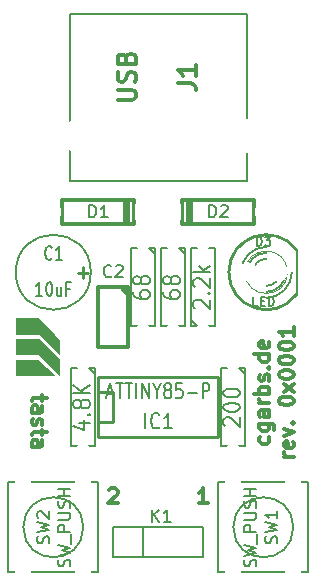
<source format=gbo>
G04 (created by PCBNEW (2013-jul-07)-stable) date Do 26 Mär 2015 23:39:17 CET*
%MOIN*%
G04 Gerber Fmt 3.4, Leading zero omitted, Abs format*
%FSLAX34Y34*%
G01*
G70*
G90*
G04 APERTURE LIST*
%ADD10C,0.00590551*%
%ADD11C,0.011811*%
%ADD12C,0.0001*%
%ADD13C,0.005*%
%ADD14C,0.008*%
%ADD15C,0.006*%
%ADD16C,0.01*%
%ADD17C,0.012*%
%ADD18C,0.003*%
%ADD19C,0.01125*%
%ADD20R,0.06X0.06*%
%ADD21C,0.06*%
%ADD22C,0.0591*%
%ADD23C,0.1181*%
%ADD24C,0.055*%
%ADD25R,0.055X0.055*%
%ADD26C,0.066*%
G04 APERTURE END LIST*
G54D10*
G54D11*
X31142Y-35202D02*
X30857Y-35202D01*
X31000Y-35202D02*
X31000Y-34702D01*
X30952Y-34773D01*
X30904Y-34821D01*
X30857Y-34845D01*
X27857Y-34750D02*
X27880Y-34726D01*
X27928Y-34702D01*
X28047Y-34702D01*
X28095Y-34726D01*
X28119Y-34750D01*
X28142Y-34797D01*
X28142Y-34845D01*
X28119Y-34916D01*
X27833Y-35202D01*
X28142Y-35202D01*
X25630Y-31607D02*
X25630Y-31797D01*
X25797Y-31678D02*
X25369Y-31678D01*
X25321Y-31702D01*
X25297Y-31750D01*
X25297Y-31797D01*
X25297Y-32178D02*
X25559Y-32178D01*
X25607Y-32154D01*
X25630Y-32107D01*
X25630Y-32011D01*
X25607Y-31964D01*
X25321Y-32178D02*
X25297Y-32130D01*
X25297Y-32011D01*
X25321Y-31964D01*
X25369Y-31940D01*
X25416Y-31940D01*
X25464Y-31964D01*
X25488Y-32011D01*
X25488Y-32130D01*
X25511Y-32178D01*
X25321Y-32392D02*
X25297Y-32440D01*
X25297Y-32535D01*
X25321Y-32583D01*
X25369Y-32607D01*
X25392Y-32607D01*
X25440Y-32583D01*
X25464Y-32535D01*
X25464Y-32464D01*
X25488Y-32416D01*
X25535Y-32392D01*
X25559Y-32392D01*
X25607Y-32416D01*
X25630Y-32464D01*
X25630Y-32535D01*
X25607Y-32583D01*
X25630Y-32750D02*
X25630Y-32940D01*
X25797Y-32821D02*
X25369Y-32821D01*
X25321Y-32845D01*
X25297Y-32892D01*
X25297Y-32940D01*
X25297Y-33321D02*
X25559Y-33321D01*
X25607Y-33297D01*
X25630Y-33250D01*
X25630Y-33154D01*
X25607Y-33107D01*
X25321Y-33321D02*
X25297Y-33273D01*
X25297Y-33154D01*
X25321Y-33107D01*
X25369Y-33083D01*
X25416Y-33083D01*
X25464Y-33107D01*
X25488Y-33154D01*
X25488Y-33273D01*
X25511Y-33321D01*
X33178Y-32976D02*
X33202Y-33023D01*
X33202Y-33119D01*
X33178Y-33166D01*
X33154Y-33190D01*
X33107Y-33214D01*
X32964Y-33214D01*
X32916Y-33190D01*
X32892Y-33166D01*
X32869Y-33119D01*
X32869Y-33023D01*
X32892Y-32976D01*
X32869Y-32547D02*
X33273Y-32547D01*
X33321Y-32571D01*
X33345Y-32595D01*
X33369Y-32642D01*
X33369Y-32714D01*
X33345Y-32761D01*
X33178Y-32547D02*
X33202Y-32595D01*
X33202Y-32690D01*
X33178Y-32738D01*
X33154Y-32761D01*
X33107Y-32785D01*
X32964Y-32785D01*
X32916Y-32761D01*
X32892Y-32738D01*
X32869Y-32690D01*
X32869Y-32595D01*
X32892Y-32547D01*
X33202Y-32095D02*
X32940Y-32095D01*
X32892Y-32119D01*
X32869Y-32166D01*
X32869Y-32261D01*
X32892Y-32309D01*
X33178Y-32095D02*
X33202Y-32142D01*
X33202Y-32261D01*
X33178Y-32309D01*
X33130Y-32333D01*
X33083Y-32333D01*
X33035Y-32309D01*
X33011Y-32261D01*
X33011Y-32142D01*
X32988Y-32095D01*
X33202Y-31857D02*
X32869Y-31857D01*
X32964Y-31857D02*
X32916Y-31833D01*
X32892Y-31809D01*
X32869Y-31761D01*
X32869Y-31714D01*
X33202Y-31547D02*
X32702Y-31547D01*
X32892Y-31547D02*
X32869Y-31500D01*
X32869Y-31404D01*
X32892Y-31357D01*
X32916Y-31333D01*
X32964Y-31309D01*
X33107Y-31309D01*
X33154Y-31333D01*
X33178Y-31357D01*
X33202Y-31404D01*
X33202Y-31500D01*
X33178Y-31547D01*
X33178Y-31119D02*
X33202Y-31071D01*
X33202Y-30976D01*
X33178Y-30928D01*
X33130Y-30904D01*
X33107Y-30904D01*
X33059Y-30928D01*
X33035Y-30976D01*
X33035Y-31047D01*
X33011Y-31095D01*
X32964Y-31119D01*
X32940Y-31119D01*
X32892Y-31095D01*
X32869Y-31047D01*
X32869Y-30976D01*
X32892Y-30928D01*
X33154Y-30690D02*
X33178Y-30666D01*
X33202Y-30690D01*
X33178Y-30714D01*
X33154Y-30690D01*
X33202Y-30690D01*
X33202Y-30238D02*
X32702Y-30238D01*
X33178Y-30238D02*
X33202Y-30285D01*
X33202Y-30380D01*
X33178Y-30428D01*
X33154Y-30452D01*
X33107Y-30476D01*
X32964Y-30476D01*
X32916Y-30452D01*
X32892Y-30428D01*
X32869Y-30380D01*
X32869Y-30285D01*
X32892Y-30238D01*
X33178Y-29809D02*
X33202Y-29857D01*
X33202Y-29952D01*
X33178Y-29999D01*
X33130Y-30023D01*
X32940Y-30023D01*
X32892Y-29999D01*
X32869Y-29952D01*
X32869Y-29857D01*
X32892Y-29809D01*
X32940Y-29785D01*
X32988Y-29785D01*
X33035Y-30023D01*
X34020Y-33642D02*
X33687Y-33642D01*
X33782Y-33642D02*
X33734Y-33619D01*
X33710Y-33595D01*
X33687Y-33547D01*
X33687Y-33500D01*
X33996Y-33142D02*
X34020Y-33190D01*
X34020Y-33285D01*
X33996Y-33333D01*
X33949Y-33357D01*
X33758Y-33357D01*
X33710Y-33333D01*
X33687Y-33285D01*
X33687Y-33190D01*
X33710Y-33142D01*
X33758Y-33119D01*
X33806Y-33119D01*
X33853Y-33357D01*
X33687Y-32952D02*
X34020Y-32833D01*
X33687Y-32714D01*
X33972Y-32523D02*
X33996Y-32500D01*
X34020Y-32523D01*
X33996Y-32547D01*
X33972Y-32523D01*
X34020Y-32523D01*
X33520Y-31809D02*
X33520Y-31761D01*
X33544Y-31714D01*
X33568Y-31690D01*
X33615Y-31666D01*
X33710Y-31642D01*
X33830Y-31642D01*
X33925Y-31666D01*
X33972Y-31690D01*
X33996Y-31714D01*
X34020Y-31761D01*
X34020Y-31809D01*
X33996Y-31857D01*
X33972Y-31880D01*
X33925Y-31904D01*
X33830Y-31928D01*
X33710Y-31928D01*
X33615Y-31904D01*
X33568Y-31880D01*
X33544Y-31857D01*
X33520Y-31809D01*
X34020Y-31476D02*
X33687Y-31214D01*
X33687Y-31476D02*
X34020Y-31214D01*
X33520Y-30928D02*
X33520Y-30880D01*
X33544Y-30833D01*
X33568Y-30809D01*
X33615Y-30785D01*
X33710Y-30761D01*
X33830Y-30761D01*
X33925Y-30785D01*
X33972Y-30809D01*
X33996Y-30833D01*
X34020Y-30880D01*
X34020Y-30928D01*
X33996Y-30976D01*
X33972Y-31000D01*
X33925Y-31023D01*
X33830Y-31047D01*
X33710Y-31047D01*
X33615Y-31023D01*
X33568Y-31000D01*
X33544Y-30976D01*
X33520Y-30928D01*
X33520Y-30452D02*
X33520Y-30404D01*
X33544Y-30357D01*
X33568Y-30333D01*
X33615Y-30309D01*
X33710Y-30285D01*
X33830Y-30285D01*
X33925Y-30309D01*
X33972Y-30333D01*
X33996Y-30357D01*
X34020Y-30404D01*
X34020Y-30452D01*
X33996Y-30500D01*
X33972Y-30523D01*
X33925Y-30547D01*
X33830Y-30571D01*
X33710Y-30571D01*
X33615Y-30547D01*
X33568Y-30523D01*
X33544Y-30500D01*
X33520Y-30452D01*
X33520Y-29976D02*
X33520Y-29928D01*
X33544Y-29880D01*
X33568Y-29857D01*
X33615Y-29833D01*
X33710Y-29809D01*
X33830Y-29809D01*
X33925Y-29833D01*
X33972Y-29857D01*
X33996Y-29880D01*
X34020Y-29928D01*
X34020Y-29976D01*
X33996Y-30023D01*
X33972Y-30047D01*
X33925Y-30071D01*
X33830Y-30095D01*
X33710Y-30095D01*
X33615Y-30071D01*
X33568Y-30047D01*
X33544Y-30023D01*
X33520Y-29976D01*
X34020Y-29333D02*
X34020Y-29619D01*
X34020Y-29476D02*
X33520Y-29476D01*
X33591Y-29523D01*
X33639Y-29571D01*
X33663Y-29619D01*
G54D12*
G36*
X26229Y-30974D02*
X25877Y-30623D01*
X25526Y-30271D01*
X25149Y-30271D01*
X24772Y-30271D01*
X24770Y-30093D01*
X24770Y-30061D01*
X24769Y-30028D01*
X24769Y-29994D01*
X24769Y-29961D01*
X24769Y-29928D01*
X24769Y-29898D01*
X24768Y-29870D01*
X24768Y-29845D01*
X24768Y-29825D01*
X24768Y-29819D01*
X24768Y-29723D01*
X24942Y-29721D01*
X24974Y-29721D01*
X25010Y-29721D01*
X25049Y-29720D01*
X25090Y-29720D01*
X25133Y-29720D01*
X25176Y-29720D01*
X25219Y-29720D01*
X25260Y-29720D01*
X25299Y-29720D01*
X25323Y-29720D01*
X25531Y-29720D01*
X25880Y-30069D01*
X26229Y-30418D01*
X26229Y-30696D01*
X26229Y-30974D01*
X26229Y-30974D01*
X26229Y-30974D01*
G37*
G36*
X24772Y-30963D02*
X24770Y-30787D01*
X24770Y-30755D01*
X24769Y-30722D01*
X24769Y-30688D01*
X24769Y-30655D01*
X24769Y-30623D01*
X24769Y-30592D01*
X24768Y-30564D01*
X24768Y-30540D01*
X24768Y-30519D01*
X24768Y-30515D01*
X24768Y-30418D01*
X25038Y-30416D01*
X25077Y-30416D01*
X25116Y-30416D01*
X25155Y-30416D01*
X25194Y-30415D01*
X25232Y-30415D01*
X25268Y-30415D01*
X25302Y-30415D01*
X25334Y-30414D01*
X25362Y-30414D01*
X25387Y-30414D01*
X25408Y-30414D01*
X25420Y-30414D01*
X25531Y-30413D01*
X25806Y-30688D01*
X26082Y-30963D01*
X25427Y-30963D01*
X24772Y-30963D01*
X24772Y-30963D01*
X24772Y-30963D01*
G37*
G36*
X26229Y-30282D02*
X25876Y-29929D01*
X25523Y-29576D01*
X25147Y-29576D01*
X24771Y-29576D01*
X24771Y-29302D01*
X24771Y-29028D01*
X24841Y-29026D01*
X24852Y-29026D01*
X24868Y-29026D01*
X24888Y-29025D01*
X24912Y-29025D01*
X24939Y-29025D01*
X24969Y-29025D01*
X25001Y-29025D01*
X25036Y-29025D01*
X25073Y-29025D01*
X25111Y-29024D01*
X25150Y-29024D01*
X25190Y-29024D01*
X25221Y-29024D01*
X25531Y-29024D01*
X25880Y-29400D01*
X26229Y-29777D01*
X26229Y-30029D01*
X26229Y-30282D01*
X26229Y-30282D01*
X26229Y-30282D01*
G37*
G54D13*
X27250Y-27500D02*
G75*
G03X27250Y-27500I-1250J0D01*
G74*
G01*
X26550Y-24450D02*
X26550Y-18900D01*
X32450Y-18900D02*
X32450Y-24450D01*
X26550Y-24450D02*
X32450Y-24450D01*
X26550Y-18900D02*
X32450Y-18900D01*
X34000Y-36000D02*
G75*
G03X34000Y-36000I-1000J0D01*
G74*
G01*
X34500Y-34500D02*
X34500Y-37500D01*
X34500Y-37500D02*
X31500Y-37500D01*
X31500Y-37500D02*
X31500Y-34500D01*
X34500Y-34500D02*
X31500Y-34500D01*
X27000Y-36000D02*
G75*
G03X27000Y-36000I-1000J0D01*
G74*
G01*
X24500Y-37500D02*
X24500Y-34500D01*
X24500Y-34500D02*
X27500Y-34500D01*
X27500Y-34500D02*
X27500Y-37500D01*
X24500Y-37500D02*
X27500Y-37500D01*
G54D14*
X30000Y-26500D02*
X30000Y-26700D01*
X30000Y-29500D02*
X30000Y-29300D01*
X30000Y-29300D02*
X30400Y-29300D01*
X30400Y-29300D02*
X30400Y-26700D01*
X30400Y-26700D02*
X29600Y-26700D01*
X29600Y-26700D02*
X29600Y-29300D01*
X29600Y-29300D02*
X30000Y-29300D01*
X30200Y-26700D02*
X30400Y-26900D01*
X29000Y-26500D02*
X29000Y-26700D01*
X29000Y-29500D02*
X29000Y-29300D01*
X29000Y-29300D02*
X29400Y-29300D01*
X29400Y-29300D02*
X29400Y-26700D01*
X29400Y-26700D02*
X28600Y-26700D01*
X28600Y-26700D02*
X28600Y-29300D01*
X28600Y-29300D02*
X29000Y-29300D01*
X29200Y-26700D02*
X29400Y-26900D01*
X31000Y-29500D02*
X31000Y-29300D01*
X31000Y-26500D02*
X31000Y-26700D01*
X31000Y-26700D02*
X30600Y-26700D01*
X30600Y-26700D02*
X30600Y-29300D01*
X30600Y-29300D02*
X31400Y-29300D01*
X31400Y-29300D02*
X31400Y-26700D01*
X31400Y-26700D02*
X31000Y-26700D01*
X30800Y-29300D02*
X30600Y-29100D01*
X27000Y-30500D02*
X27000Y-30700D01*
X27000Y-33500D02*
X27000Y-33300D01*
X27000Y-33300D02*
X27400Y-33300D01*
X27400Y-33300D02*
X27400Y-30700D01*
X27400Y-30700D02*
X26600Y-30700D01*
X26600Y-30700D02*
X26600Y-33300D01*
X26600Y-33300D02*
X27000Y-33300D01*
X27200Y-30700D02*
X27400Y-30900D01*
G54D15*
X28000Y-37000D02*
X28000Y-36000D01*
X28000Y-36000D02*
X31000Y-36000D01*
X31000Y-36000D02*
X31000Y-37000D01*
X31000Y-37000D02*
X28000Y-37000D01*
X29000Y-36000D02*
X29000Y-37000D01*
G54D16*
X27500Y-31500D02*
X28000Y-31500D01*
X28000Y-31500D02*
X28000Y-32500D01*
X28000Y-32500D02*
X27500Y-32500D01*
X27500Y-31000D02*
X31500Y-31000D01*
X31500Y-31000D02*
X31500Y-33000D01*
X31500Y-33000D02*
X27500Y-33000D01*
X27500Y-33000D02*
X27500Y-31000D01*
G54D17*
X29000Y-25500D02*
X28700Y-25500D01*
X28700Y-25500D02*
X28700Y-25100D01*
X28700Y-25100D02*
X26300Y-25100D01*
X26300Y-25100D02*
X26300Y-25500D01*
X26300Y-25500D02*
X26000Y-25500D01*
X26300Y-25500D02*
X26300Y-25900D01*
X26300Y-25900D02*
X28700Y-25900D01*
X28700Y-25900D02*
X28700Y-25500D01*
X28500Y-25100D02*
X28500Y-25900D01*
X28400Y-25900D02*
X28400Y-25100D01*
X30000Y-25500D02*
X30300Y-25500D01*
X30300Y-25500D02*
X30300Y-25900D01*
X30300Y-25900D02*
X32700Y-25900D01*
X32700Y-25900D02*
X32700Y-25500D01*
X32700Y-25500D02*
X33000Y-25500D01*
X32700Y-25500D02*
X32700Y-25100D01*
X32700Y-25100D02*
X30300Y-25100D01*
X30300Y-25100D02*
X30300Y-25500D01*
X30500Y-25900D02*
X30500Y-25100D01*
X30600Y-25100D02*
X30600Y-25900D01*
X28500Y-28020D02*
X28500Y-30000D01*
X28500Y-30000D02*
X27500Y-30000D01*
X27500Y-30000D02*
X27500Y-28000D01*
X27500Y-28000D02*
X28500Y-28000D01*
X28250Y-28000D02*
X28500Y-28250D01*
G54D14*
X32000Y-30500D02*
X32000Y-30700D01*
X32000Y-33500D02*
X32000Y-33300D01*
X32000Y-33300D02*
X32400Y-33300D01*
X32400Y-33300D02*
X32400Y-30700D01*
X32400Y-30700D02*
X31600Y-30700D01*
X31600Y-30700D02*
X31600Y-33300D01*
X31600Y-33300D02*
X32000Y-33300D01*
X32200Y-30700D02*
X32400Y-30900D01*
X34120Y-28250D02*
X34120Y-26750D01*
G54D18*
X33807Y-27500D02*
G75*
G03X33807Y-27500I-707J0D01*
G74*
G01*
G54D16*
X34099Y-26749D02*
G75*
G03X34099Y-28250I-999J-750D01*
G74*
G01*
G54D15*
X33100Y-27050D02*
G75*
G03X32650Y-27500I0J-450D01*
G74*
G01*
X33100Y-27950D02*
G75*
G03X33550Y-27500I0J450D01*
G74*
G01*
X33100Y-26850D02*
G75*
G03X32450Y-27500I0J-650D01*
G74*
G01*
X33100Y-28150D02*
G75*
G03X33750Y-27500I0J650D01*
G74*
G01*
X33100Y-26650D02*
G75*
G03X32250Y-27500I0J-850D01*
G74*
G01*
X33100Y-28350D02*
G75*
G03X33950Y-27500I0J850D01*
G74*
G01*
G54D14*
X25941Y-27039D02*
X25925Y-27060D01*
X25875Y-27082D01*
X25841Y-27082D01*
X25791Y-27060D01*
X25758Y-27017D01*
X25741Y-26975D01*
X25725Y-26889D01*
X25725Y-26825D01*
X25741Y-26739D01*
X25758Y-26696D01*
X25791Y-26653D01*
X25841Y-26632D01*
X25875Y-26632D01*
X25925Y-26653D01*
X25941Y-26675D01*
X26275Y-27082D02*
X26075Y-27082D01*
X26175Y-27082D02*
X26175Y-26632D01*
X26141Y-26696D01*
X26108Y-26739D01*
X26075Y-26760D01*
X25625Y-28282D02*
X25425Y-28282D01*
X25525Y-28282D02*
X25525Y-27832D01*
X25491Y-27896D01*
X25458Y-27939D01*
X25425Y-27960D01*
X25841Y-27832D02*
X25875Y-27832D01*
X25908Y-27853D01*
X25925Y-27875D01*
X25941Y-27917D01*
X25958Y-28003D01*
X25958Y-28110D01*
X25941Y-28196D01*
X25925Y-28239D01*
X25908Y-28260D01*
X25875Y-28282D01*
X25841Y-28282D01*
X25808Y-28260D01*
X25791Y-28239D01*
X25775Y-28196D01*
X25758Y-28110D01*
X25758Y-28003D01*
X25775Y-27917D01*
X25791Y-27875D01*
X25808Y-27853D01*
X25841Y-27832D01*
X26258Y-27982D02*
X26258Y-28282D01*
X26108Y-27982D02*
X26108Y-28217D01*
X26125Y-28260D01*
X26158Y-28282D01*
X26208Y-28282D01*
X26241Y-28260D01*
X26258Y-28239D01*
X26541Y-28046D02*
X26425Y-28046D01*
X26425Y-28282D02*
X26425Y-27832D01*
X26591Y-27832D01*
G54D19*
X26828Y-27510D02*
X27171Y-27510D01*
X27000Y-27682D02*
X27000Y-27339D01*
G54D17*
X30142Y-21200D02*
X30571Y-21200D01*
X30657Y-21228D01*
X30714Y-21285D01*
X30742Y-21371D01*
X30742Y-21428D01*
X30742Y-20600D02*
X30742Y-20942D01*
X30742Y-20771D02*
X30142Y-20771D01*
X30228Y-20828D01*
X30285Y-20885D01*
X30314Y-20942D01*
X28142Y-21757D02*
X28628Y-21757D01*
X28685Y-21728D01*
X28714Y-21700D01*
X28742Y-21642D01*
X28742Y-21528D01*
X28714Y-21471D01*
X28685Y-21442D01*
X28628Y-21414D01*
X28142Y-21414D01*
X28714Y-21157D02*
X28742Y-21071D01*
X28742Y-20928D01*
X28714Y-20871D01*
X28685Y-20842D01*
X28628Y-20814D01*
X28571Y-20814D01*
X28514Y-20842D01*
X28485Y-20871D01*
X28457Y-20928D01*
X28428Y-21042D01*
X28400Y-21100D01*
X28371Y-21128D01*
X28314Y-21157D01*
X28257Y-21157D01*
X28200Y-21128D01*
X28171Y-21100D01*
X28142Y-21042D01*
X28142Y-20900D01*
X28171Y-20814D01*
X28428Y-20357D02*
X28457Y-20271D01*
X28485Y-20242D01*
X28542Y-20214D01*
X28628Y-20214D01*
X28685Y-20242D01*
X28714Y-20271D01*
X28742Y-20328D01*
X28742Y-20557D01*
X28142Y-20557D01*
X28142Y-20357D01*
X28171Y-20300D01*
X28200Y-20271D01*
X28257Y-20242D01*
X28314Y-20242D01*
X28371Y-20271D01*
X28400Y-20300D01*
X28428Y-20357D01*
X28428Y-20557D01*
G54D14*
X33442Y-36533D02*
X33461Y-36476D01*
X33461Y-36380D01*
X33442Y-36342D01*
X33423Y-36323D01*
X33385Y-36304D01*
X33347Y-36304D01*
X33309Y-36323D01*
X33290Y-36342D01*
X33271Y-36380D01*
X33252Y-36457D01*
X33233Y-36495D01*
X33214Y-36514D01*
X33176Y-36533D01*
X33138Y-36533D01*
X33100Y-36514D01*
X33080Y-36495D01*
X33061Y-36457D01*
X33061Y-36361D01*
X33080Y-36304D01*
X33061Y-36171D02*
X33461Y-36076D01*
X33176Y-36000D01*
X33461Y-35923D01*
X33061Y-35828D01*
X33461Y-35466D02*
X33461Y-35695D01*
X33461Y-35580D02*
X33061Y-35580D01*
X33119Y-35619D01*
X33157Y-35657D01*
X33176Y-35695D01*
X32742Y-37304D02*
X32761Y-37247D01*
X32761Y-37152D01*
X32742Y-37114D01*
X32723Y-37095D01*
X32685Y-37076D01*
X32647Y-37076D01*
X32609Y-37095D01*
X32590Y-37114D01*
X32571Y-37152D01*
X32552Y-37228D01*
X32533Y-37266D01*
X32514Y-37285D01*
X32476Y-37304D01*
X32438Y-37304D01*
X32400Y-37285D01*
X32380Y-37266D01*
X32361Y-37228D01*
X32361Y-37133D01*
X32380Y-37076D01*
X32361Y-36942D02*
X32761Y-36847D01*
X32476Y-36771D01*
X32761Y-36695D01*
X32361Y-36600D01*
X32800Y-36542D02*
X32800Y-36238D01*
X32761Y-36142D02*
X32361Y-36142D01*
X32361Y-35990D01*
X32380Y-35952D01*
X32400Y-35933D01*
X32438Y-35914D01*
X32495Y-35914D01*
X32533Y-35933D01*
X32552Y-35952D01*
X32571Y-35990D01*
X32571Y-36142D01*
X32361Y-35742D02*
X32685Y-35742D01*
X32723Y-35723D01*
X32742Y-35704D01*
X32761Y-35666D01*
X32761Y-35590D01*
X32742Y-35552D01*
X32723Y-35533D01*
X32685Y-35514D01*
X32361Y-35514D01*
X32742Y-35342D02*
X32761Y-35285D01*
X32761Y-35190D01*
X32742Y-35152D01*
X32723Y-35133D01*
X32685Y-35114D01*
X32647Y-35114D01*
X32609Y-35133D01*
X32590Y-35152D01*
X32571Y-35190D01*
X32552Y-35266D01*
X32533Y-35304D01*
X32514Y-35323D01*
X32476Y-35342D01*
X32438Y-35342D01*
X32400Y-35323D01*
X32380Y-35304D01*
X32361Y-35266D01*
X32361Y-35171D01*
X32380Y-35114D01*
X32761Y-34942D02*
X32361Y-34942D01*
X32552Y-34942D02*
X32552Y-34714D01*
X32761Y-34714D02*
X32361Y-34714D01*
X25842Y-36533D02*
X25861Y-36476D01*
X25861Y-36380D01*
X25842Y-36342D01*
X25823Y-36323D01*
X25785Y-36304D01*
X25747Y-36304D01*
X25709Y-36323D01*
X25690Y-36342D01*
X25671Y-36380D01*
X25652Y-36457D01*
X25633Y-36495D01*
X25614Y-36514D01*
X25576Y-36533D01*
X25538Y-36533D01*
X25500Y-36514D01*
X25480Y-36495D01*
X25461Y-36457D01*
X25461Y-36361D01*
X25480Y-36304D01*
X25461Y-36171D02*
X25861Y-36076D01*
X25576Y-36000D01*
X25861Y-35923D01*
X25461Y-35828D01*
X25500Y-35695D02*
X25480Y-35676D01*
X25461Y-35638D01*
X25461Y-35542D01*
X25480Y-35504D01*
X25500Y-35485D01*
X25538Y-35466D01*
X25576Y-35466D01*
X25633Y-35485D01*
X25861Y-35714D01*
X25861Y-35466D01*
X26542Y-37304D02*
X26561Y-37247D01*
X26561Y-37152D01*
X26542Y-37114D01*
X26523Y-37095D01*
X26485Y-37076D01*
X26447Y-37076D01*
X26409Y-37095D01*
X26390Y-37114D01*
X26371Y-37152D01*
X26352Y-37228D01*
X26333Y-37266D01*
X26314Y-37285D01*
X26276Y-37304D01*
X26238Y-37304D01*
X26200Y-37285D01*
X26180Y-37266D01*
X26161Y-37228D01*
X26161Y-37133D01*
X26180Y-37076D01*
X26161Y-36942D02*
X26561Y-36847D01*
X26276Y-36771D01*
X26561Y-36695D01*
X26161Y-36600D01*
X26600Y-36542D02*
X26600Y-36238D01*
X26561Y-36142D02*
X26161Y-36142D01*
X26161Y-35990D01*
X26180Y-35952D01*
X26200Y-35933D01*
X26238Y-35914D01*
X26295Y-35914D01*
X26333Y-35933D01*
X26352Y-35952D01*
X26371Y-35990D01*
X26371Y-36142D01*
X26161Y-35742D02*
X26485Y-35742D01*
X26523Y-35723D01*
X26542Y-35704D01*
X26561Y-35666D01*
X26561Y-35590D01*
X26542Y-35552D01*
X26523Y-35533D01*
X26485Y-35514D01*
X26161Y-35514D01*
X26542Y-35342D02*
X26561Y-35285D01*
X26561Y-35190D01*
X26542Y-35152D01*
X26523Y-35133D01*
X26485Y-35114D01*
X26447Y-35114D01*
X26409Y-35133D01*
X26390Y-35152D01*
X26371Y-35190D01*
X26352Y-35266D01*
X26333Y-35304D01*
X26314Y-35323D01*
X26276Y-35342D01*
X26238Y-35342D01*
X26200Y-35323D01*
X26180Y-35304D01*
X26161Y-35266D01*
X26161Y-35171D01*
X26180Y-35114D01*
X26561Y-34942D02*
X26161Y-34942D01*
X26352Y-34942D02*
X26352Y-34714D01*
X26561Y-34714D02*
X26161Y-34714D01*
X29672Y-28142D02*
X29672Y-28238D01*
X29698Y-28285D01*
X29725Y-28309D01*
X29803Y-28357D01*
X29908Y-28380D01*
X30117Y-28380D01*
X30170Y-28357D01*
X30196Y-28333D01*
X30222Y-28285D01*
X30222Y-28190D01*
X30196Y-28142D01*
X30170Y-28119D01*
X30117Y-28095D01*
X29986Y-28095D01*
X29934Y-28119D01*
X29908Y-28142D01*
X29882Y-28190D01*
X29882Y-28285D01*
X29908Y-28333D01*
X29934Y-28357D01*
X29986Y-28380D01*
X29908Y-27809D02*
X29882Y-27857D01*
X29855Y-27880D01*
X29803Y-27904D01*
X29777Y-27904D01*
X29725Y-27880D01*
X29698Y-27857D01*
X29672Y-27809D01*
X29672Y-27714D01*
X29698Y-27666D01*
X29725Y-27642D01*
X29777Y-27619D01*
X29803Y-27619D01*
X29855Y-27642D01*
X29882Y-27666D01*
X29908Y-27714D01*
X29908Y-27809D01*
X29934Y-27857D01*
X29960Y-27880D01*
X30013Y-27904D01*
X30117Y-27904D01*
X30170Y-27880D01*
X30196Y-27857D01*
X30222Y-27809D01*
X30222Y-27714D01*
X30196Y-27666D01*
X30170Y-27642D01*
X30117Y-27619D01*
X30013Y-27619D01*
X29960Y-27642D01*
X29934Y-27666D01*
X29908Y-27714D01*
X28672Y-28142D02*
X28672Y-28238D01*
X28698Y-28285D01*
X28725Y-28309D01*
X28803Y-28357D01*
X28908Y-28380D01*
X29117Y-28380D01*
X29170Y-28357D01*
X29196Y-28333D01*
X29222Y-28285D01*
X29222Y-28190D01*
X29196Y-28142D01*
X29170Y-28119D01*
X29117Y-28095D01*
X28986Y-28095D01*
X28934Y-28119D01*
X28908Y-28142D01*
X28882Y-28190D01*
X28882Y-28285D01*
X28908Y-28333D01*
X28934Y-28357D01*
X28986Y-28380D01*
X28908Y-27809D02*
X28882Y-27857D01*
X28855Y-27880D01*
X28803Y-27904D01*
X28777Y-27904D01*
X28725Y-27880D01*
X28698Y-27857D01*
X28672Y-27809D01*
X28672Y-27714D01*
X28698Y-27666D01*
X28725Y-27642D01*
X28777Y-27619D01*
X28803Y-27619D01*
X28855Y-27642D01*
X28882Y-27666D01*
X28908Y-27714D01*
X28908Y-27809D01*
X28934Y-27857D01*
X28960Y-27880D01*
X29013Y-27904D01*
X29117Y-27904D01*
X29170Y-27880D01*
X29196Y-27857D01*
X29222Y-27809D01*
X29222Y-27714D01*
X29196Y-27666D01*
X29170Y-27642D01*
X29117Y-27619D01*
X29013Y-27619D01*
X28960Y-27642D01*
X28934Y-27666D01*
X28908Y-27714D01*
X30725Y-28702D02*
X30698Y-28678D01*
X30672Y-28630D01*
X30672Y-28511D01*
X30698Y-28464D01*
X30725Y-28440D01*
X30777Y-28416D01*
X30829Y-28416D01*
X30908Y-28440D01*
X31222Y-28726D01*
X31222Y-28416D01*
X31170Y-28202D02*
X31196Y-28178D01*
X31222Y-28202D01*
X31196Y-28226D01*
X31170Y-28202D01*
X31222Y-28202D01*
X30725Y-27988D02*
X30698Y-27964D01*
X30672Y-27916D01*
X30672Y-27797D01*
X30698Y-27749D01*
X30725Y-27726D01*
X30777Y-27702D01*
X30829Y-27702D01*
X30908Y-27726D01*
X31222Y-28011D01*
X31222Y-27702D01*
X31222Y-27488D02*
X30672Y-27488D01*
X31013Y-27440D02*
X31222Y-27297D01*
X30855Y-27297D02*
X31065Y-27488D01*
X26855Y-32511D02*
X27222Y-32511D01*
X26646Y-32630D02*
X27039Y-32750D01*
X27039Y-32440D01*
X27170Y-32250D02*
X27196Y-32226D01*
X27222Y-32250D01*
X27196Y-32273D01*
X27170Y-32250D01*
X27222Y-32250D01*
X26908Y-31940D02*
X26882Y-31988D01*
X26855Y-32011D01*
X26803Y-32035D01*
X26777Y-32035D01*
X26725Y-32011D01*
X26698Y-31988D01*
X26672Y-31940D01*
X26672Y-31845D01*
X26698Y-31797D01*
X26725Y-31773D01*
X26777Y-31750D01*
X26803Y-31750D01*
X26855Y-31773D01*
X26882Y-31797D01*
X26908Y-31845D01*
X26908Y-31940D01*
X26934Y-31988D01*
X26960Y-32011D01*
X27013Y-32035D01*
X27117Y-32035D01*
X27170Y-32011D01*
X27196Y-31988D01*
X27222Y-31940D01*
X27222Y-31845D01*
X27196Y-31797D01*
X27170Y-31773D01*
X27117Y-31750D01*
X27013Y-31750D01*
X26960Y-31773D01*
X26934Y-31797D01*
X26908Y-31845D01*
X27222Y-31535D02*
X26672Y-31535D01*
X27222Y-31250D02*
X26908Y-31464D01*
X26672Y-31250D02*
X26986Y-31535D01*
G54D15*
X29304Y-35811D02*
X29304Y-35411D01*
X29533Y-35811D02*
X29361Y-35583D01*
X29533Y-35411D02*
X29304Y-35640D01*
X29914Y-35811D02*
X29685Y-35811D01*
X29800Y-35811D02*
X29800Y-35411D01*
X29761Y-35469D01*
X29723Y-35507D01*
X29685Y-35526D01*
G54D14*
X29060Y-32702D02*
X29060Y-32202D01*
X29532Y-32654D02*
X29510Y-32678D01*
X29446Y-32702D01*
X29403Y-32702D01*
X29339Y-32678D01*
X29296Y-32630D01*
X29275Y-32583D01*
X29253Y-32488D01*
X29253Y-32416D01*
X29275Y-32321D01*
X29296Y-32273D01*
X29339Y-32226D01*
X29403Y-32202D01*
X29446Y-32202D01*
X29510Y-32226D01*
X29532Y-32250D01*
X29960Y-32702D02*
X29703Y-32702D01*
X29832Y-32702D02*
X29832Y-32202D01*
X29789Y-32273D01*
X29746Y-32321D01*
X29703Y-32345D01*
X27795Y-31559D02*
X27985Y-31559D01*
X27757Y-31702D02*
X27890Y-31202D01*
X28023Y-31702D01*
X28100Y-31202D02*
X28328Y-31202D01*
X28214Y-31702D02*
X28214Y-31202D01*
X28404Y-31202D02*
X28633Y-31202D01*
X28519Y-31702D02*
X28519Y-31202D01*
X28766Y-31702D02*
X28766Y-31202D01*
X28957Y-31702D02*
X28957Y-31202D01*
X29185Y-31702D01*
X29185Y-31202D01*
X29452Y-31464D02*
X29452Y-31702D01*
X29319Y-31202D02*
X29452Y-31464D01*
X29585Y-31202D01*
X29776Y-31416D02*
X29738Y-31392D01*
X29719Y-31369D01*
X29700Y-31321D01*
X29700Y-31297D01*
X29719Y-31250D01*
X29738Y-31226D01*
X29776Y-31202D01*
X29852Y-31202D01*
X29890Y-31226D01*
X29909Y-31250D01*
X29928Y-31297D01*
X29928Y-31321D01*
X29909Y-31369D01*
X29890Y-31392D01*
X29852Y-31416D01*
X29776Y-31416D01*
X29738Y-31440D01*
X29719Y-31464D01*
X29700Y-31511D01*
X29700Y-31607D01*
X29719Y-31654D01*
X29738Y-31678D01*
X29776Y-31702D01*
X29852Y-31702D01*
X29890Y-31678D01*
X29909Y-31654D01*
X29928Y-31607D01*
X29928Y-31511D01*
X29909Y-31464D01*
X29890Y-31440D01*
X29852Y-31416D01*
X30290Y-31202D02*
X30100Y-31202D01*
X30080Y-31440D01*
X30100Y-31416D01*
X30138Y-31392D01*
X30233Y-31392D01*
X30271Y-31416D01*
X30290Y-31440D01*
X30309Y-31488D01*
X30309Y-31607D01*
X30290Y-31654D01*
X30271Y-31678D01*
X30233Y-31702D01*
X30138Y-31702D01*
X30100Y-31678D01*
X30080Y-31654D01*
X30480Y-31511D02*
X30785Y-31511D01*
X30976Y-31702D02*
X30976Y-31202D01*
X31128Y-31202D01*
X31166Y-31226D01*
X31185Y-31250D01*
X31204Y-31297D01*
X31204Y-31369D01*
X31185Y-31416D01*
X31166Y-31440D01*
X31128Y-31464D01*
X30976Y-31464D01*
X27204Y-25661D02*
X27204Y-25261D01*
X27300Y-25261D01*
X27357Y-25280D01*
X27395Y-25319D01*
X27414Y-25357D01*
X27433Y-25433D01*
X27433Y-25490D01*
X27414Y-25566D01*
X27395Y-25604D01*
X27357Y-25642D01*
X27300Y-25661D01*
X27204Y-25661D01*
X27814Y-25661D02*
X27585Y-25661D01*
X27700Y-25661D02*
X27700Y-25261D01*
X27661Y-25319D01*
X27623Y-25357D01*
X27585Y-25376D01*
X31204Y-25661D02*
X31204Y-25261D01*
X31300Y-25261D01*
X31357Y-25280D01*
X31395Y-25319D01*
X31414Y-25357D01*
X31433Y-25433D01*
X31433Y-25490D01*
X31414Y-25566D01*
X31395Y-25604D01*
X31357Y-25642D01*
X31300Y-25661D01*
X31204Y-25661D01*
X31585Y-25300D02*
X31604Y-25280D01*
X31642Y-25261D01*
X31738Y-25261D01*
X31776Y-25280D01*
X31795Y-25300D01*
X31814Y-25338D01*
X31814Y-25376D01*
X31795Y-25433D01*
X31566Y-25661D01*
X31814Y-25661D01*
X27933Y-27623D02*
X27914Y-27642D01*
X27857Y-27661D01*
X27819Y-27661D01*
X27761Y-27642D01*
X27723Y-27604D01*
X27704Y-27566D01*
X27685Y-27490D01*
X27685Y-27433D01*
X27704Y-27357D01*
X27723Y-27319D01*
X27761Y-27280D01*
X27819Y-27261D01*
X27857Y-27261D01*
X27914Y-27280D01*
X27933Y-27300D01*
X28085Y-27300D02*
X28104Y-27280D01*
X28142Y-27261D01*
X28238Y-27261D01*
X28276Y-27280D01*
X28295Y-27300D01*
X28314Y-27338D01*
X28314Y-27376D01*
X28295Y-27433D01*
X28066Y-27661D01*
X28314Y-27661D01*
X31725Y-32619D02*
X31698Y-32595D01*
X31672Y-32547D01*
X31672Y-32428D01*
X31698Y-32380D01*
X31725Y-32357D01*
X31777Y-32333D01*
X31829Y-32333D01*
X31908Y-32357D01*
X32222Y-32642D01*
X32222Y-32333D01*
X31672Y-32023D02*
X31672Y-31976D01*
X31698Y-31928D01*
X31725Y-31904D01*
X31777Y-31880D01*
X31882Y-31857D01*
X32013Y-31857D01*
X32117Y-31880D01*
X32170Y-31904D01*
X32196Y-31928D01*
X32222Y-31976D01*
X32222Y-32023D01*
X32196Y-32071D01*
X32170Y-32095D01*
X32117Y-32119D01*
X32013Y-32142D01*
X31882Y-32142D01*
X31777Y-32119D01*
X31725Y-32095D01*
X31698Y-32071D01*
X31672Y-32023D01*
X31672Y-31547D02*
X31672Y-31500D01*
X31698Y-31452D01*
X31725Y-31428D01*
X31777Y-31404D01*
X31882Y-31380D01*
X32013Y-31380D01*
X32117Y-31404D01*
X32170Y-31428D01*
X32196Y-31452D01*
X32222Y-31500D01*
X32222Y-31547D01*
X32196Y-31595D01*
X32170Y-31619D01*
X32117Y-31642D01*
X32013Y-31666D01*
X31882Y-31666D01*
X31777Y-31642D01*
X31725Y-31619D01*
X31698Y-31595D01*
X31672Y-31547D01*
G54D15*
X32778Y-26621D02*
X32778Y-26321D01*
X32850Y-26321D01*
X32892Y-26335D01*
X32921Y-26364D01*
X32935Y-26392D01*
X32950Y-26450D01*
X32950Y-26492D01*
X32935Y-26550D01*
X32921Y-26578D01*
X32892Y-26607D01*
X32850Y-26621D01*
X32778Y-26621D01*
X33050Y-26321D02*
X33235Y-26321D01*
X33135Y-26435D01*
X33178Y-26435D01*
X33207Y-26450D01*
X33221Y-26464D01*
X33235Y-26492D01*
X33235Y-26564D01*
X33221Y-26592D01*
X33207Y-26607D01*
X33178Y-26621D01*
X33092Y-26621D01*
X33064Y-26607D01*
X33050Y-26592D01*
X32807Y-28621D02*
X32664Y-28621D01*
X32664Y-28321D01*
X32907Y-28464D02*
X33007Y-28464D01*
X33050Y-28621D02*
X32907Y-28621D01*
X32907Y-28321D01*
X33050Y-28321D01*
X33178Y-28621D02*
X33178Y-28321D01*
X33250Y-28321D01*
X33292Y-28335D01*
X33321Y-28364D01*
X33335Y-28392D01*
X33350Y-28450D01*
X33350Y-28492D01*
X33335Y-28550D01*
X33321Y-28578D01*
X33292Y-28607D01*
X33250Y-28621D01*
X33178Y-28621D01*
%LPC*%
G54D20*
X26500Y-27500D03*
G54D21*
X25500Y-27500D03*
G54D22*
X28100Y-24000D03*
X29100Y-24000D03*
X29900Y-24000D03*
X30900Y-24000D03*
G54D23*
X26900Y-22950D03*
X32300Y-22950D03*
G54D24*
X34000Y-37500D03*
X32000Y-37500D03*
X34000Y-34500D03*
X32000Y-34500D03*
X25000Y-34500D03*
X27000Y-34500D03*
X25000Y-37500D03*
X27000Y-37500D03*
X30000Y-26500D03*
X30000Y-29500D03*
X29000Y-26500D03*
X29000Y-29500D03*
X31000Y-29500D03*
X31000Y-26500D03*
X27000Y-30500D03*
X27000Y-33500D03*
G54D20*
X28500Y-36500D03*
G54D21*
X29500Y-36500D03*
X30500Y-36500D03*
G54D25*
X28000Y-33500D03*
G54D24*
X29000Y-33500D03*
X30000Y-33500D03*
X31000Y-33500D03*
X31000Y-30500D03*
X30000Y-30500D03*
X29000Y-30500D03*
X28000Y-30500D03*
G54D25*
X29000Y-25500D03*
G54D24*
X26000Y-25500D03*
G54D25*
X30000Y-25500D03*
G54D24*
X33000Y-25500D03*
X28000Y-28500D03*
X28000Y-29500D03*
X32000Y-30500D03*
X32000Y-33500D03*
G54D26*
X32500Y-27500D03*
X33500Y-27500D03*
M02*

</source>
